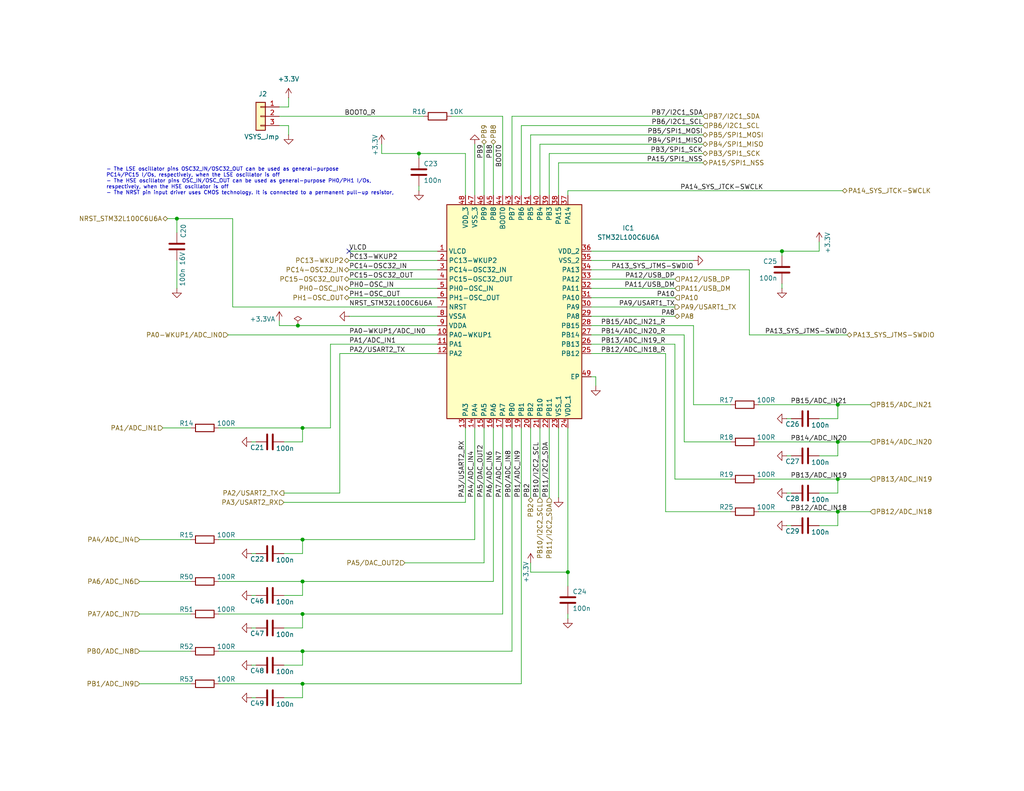
<source format=kicad_sch>
(kicad_sch (version 20231120) (generator "eeschema") (generator_version "8.0")
  (paper "USLetter")
  (lib_symbols
    (symbol "Connector_Generic:Conn_01x03" (pin_names (offset 1.016) hide)
      (property "Reference" "J" (at 0 5.08 0))
      (property "Value" "Conn_01x03" (at 0 -5.08 0))
      (symbol "Conn_01x03_1_1"
        (rectangle (start -1.27 -2.413) (end 0 -2.667) (stroke (width 0.1524)))
        (rectangle (start -1.27 0.127) (end 0 -0.127) (stroke (width 0.1524)))
        (rectangle (start -1.27 2.667) (end 0 2.413) (stroke (width 0.1524)))
        (rectangle (start -1.27 3.81) (end 1.27 -3.81) (stroke (width 0.254)) (fill (type background)))
        (pin passive line (at -5.08 2.54 0) (length 3.81) (name "Pin_1") (number "1"))
        (pin passive line (at -5.08 0 0) (length 3.81) (name "Pin_2") (number "2"))
        (pin passive line (at -5.08 -2.54 0) (length 3.81) (name "Pin_3") (number "3"))
      )
    )
    (symbol "Device:C" (pin_numbers hide) (pin_names (offset 0.254))
      (property "Reference" "C" (at 0.635 2.54 0))
      (property "Value" "C" (at 0.635 -2.54 0))
      (symbol "C_0_1"
        (polyline (pts (xy -2.032 -0.762) (xy 2.032 -0.762)) (stroke (width 0.508)))
        (polyline (pts (xy -2.032 0.762) (xy 2.032 0.762)) (stroke (width 0.508)))
      )
      (symbol "C_1_1"
        (pin passive line (at 0 3.81 270) (length 2.794) (name "~") (number "1"))
        (pin passive line (at 0 -3.81 90) (length 2.794) (name "~") (number "2"))
      )
    )
    (symbol "Device:R" (pin_numbers hide) (pin_names (offset 0))
      (property "Reference" "R" (at 2.032 0 90))
      (property "Value" "R" (at 0 0 90))
      (symbol "R_0_1"
        (rectangle (start -1.016 -2.54) (end 1.016 2.54) (stroke (width 0.254)))
      )
      (symbol "R_1_1"
        (pin passive line (at 0 3.81 270) (length 1.27) (name "~") (number "1"))
        (pin passive line (at 0 -3.81 90) (length 1.27) (name "~") (number "2"))
      )
    )
    (symbol "Personal_Projects:STM32L100C6U6A"
      (property "Reference" "IC" (at 39.37 17.78 0))
      (property "Value" "STM32L100C6U6A" (at 39.37 15.24 0))
      (symbol "STM32L100C6U6A_1_1"
        (rectangle (start 2.54 12.7) (end 39.37 -45.72) (stroke (width 0.254)) (fill (type background)))
        (pin passive line (at 0 0 0) (length 2.54) (name "VLCD") (number "1"))
        (pin passive line (at 0 -22.86 0) (length 2.54) (name "PA0-WKUP1") (number "10"))
        (pin passive line (at 0 -25.4 0) (length 2.54) (name "PA1") (number "11"))
        (pin passive line (at 0 -27.94 0) (length 2.54) (name "PA2") (number "12"))
        (pin passive line (at 7.62 -48.26 90) (length 2.54) (name "PA3") (number "13"))
        (pin passive line (at 10.16 -48.26 90) (length 2.54) (name "PA4") (number "14"))
        (pin passive line (at 12.7 -48.26 90) (length 2.54) (name "PA5") (number "15"))
        (pin passive line (at 15.24 -48.26 90) (length 2.54) (name "PA6") (number "16"))
        (pin passive line (at 17.78 -48.26 90) (length 2.54) (name "PA7") (number "17"))
        (pin passive line (at 20.32 -48.26 90) (length 2.54) (name "PB0") (number "18"))
        (pin passive line (at 22.86 -48.26 90) (length 2.54) (name "PB1") (number "19"))
        (pin passive line (at 0 -2.54 0) (length 2.54) (name "PC13-WKUP2") (number "2"))
        (pin passive line (at 25.4 -48.26 90) (length 2.54) (name "PB2") (number "20"))
        (pin passive line (at 27.94 -48.26 90) (length 2.54) (name "PB10") (number "21"))
        (pin passive line (at 30.48 -48.26 90) (length 2.54) (name "PB11") (number "22"))
        (pin passive line (at 33.02 -48.26 90) (length 2.54) (name "VSS_1") (number "23"))
        (pin passive line (at 35.56 -48.26 90) (length 2.54) (name "VDD_1") (number "24"))
        (pin passive line (at 41.91 -27.94 180) (length 2.54) (name "PB12") (number "25"))
        (pin passive line (at 41.91 -25.4 180) (length 2.54) (name "PB13") (number "26"))
        (pin passive line (at 41.91 -22.86 180) (length 2.54) (name "PB14") (number "27"))
        (pin passive line (at 41.91 -20.32 180) (length 2.54) (name "PB15") (number "28"))
        (pin passive line (at 41.91 -17.78 180) (length 2.54) (name "PA8") (number "29"))
        (pin passive line (at 0 -5.08 0) (length 2.54) (name "PC14-OSC32_IN") (number "3"))
        (pin passive line (at 41.91 -15.24 180) (length 2.54) (name "PA9") (number "30"))
        (pin passive line (at 41.91 -12.7 180) (length 2.54) (name "PA10") (number "31"))
        (pin passive line (at 41.91 -10.16 180) (length 2.54) (name "PA11") (number "32"))
        (pin passive line (at 41.91 -7.62 180) (length 2.54) (name "PA12") (number "33"))
        (pin passive line (at 41.91 -5.08 180) (length 2.54) (name "PA13") (number "34"))
        (pin passive line (at 41.91 -2.54 180) (length 2.54) (name "VSS_2") (number "35"))
        (pin passive line (at 41.91 0 180) (length 2.54) (name "VDD_2") (number "36"))
        (pin passive line (at 35.56 15.24 270) (length 2.54) (name "PA14") (number "37"))
        (pin passive line (at 33.02 15.24 270) (length 2.54) (name "PA15") (number "38"))
        (pin passive line (at 30.48 15.24 270) (length 2.54) (name "PB3") (number "39"))
        (pin passive line (at 0 -7.62 0) (length 2.54) (name "PC15-OSC32_OUT") (number "4"))
        (pin passive line (at 27.94 15.24 270) (length 2.54) (name "PB4") (number "40"))
        (pin passive line (at 25.4 15.24 270) (length 2.54) (name "PB5") (number "41"))
        (pin passive line (at 22.86 15.24 270) (length 2.54) (name "PB6") (number "42"))
        (pin passive line (at 20.32 15.24 270) (length 2.54) (name "PB7") (number "43"))
        (pin passive line (at 17.78 15.24 270) (length 2.54) (name "BOOT0") (number "44"))
        (pin passive line (at 15.24 15.24 270) (length 2.54) (name "PB8") (number "45"))
        (pin passive line (at 12.7 15.24 270) (length 2.54) (name "PB9") (number "46"))
        (pin passive line (at 10.16 15.24 270) (length 2.54) (name "VSS_3") (number "47"))
        (pin passive line (at 7.62 15.24 270) (length 2.54) (name "VDD_3") (number "48"))
        (pin passive line (at 41.91 -34.29 180) (length 2.54) (name "EP") (number "49"))
        (pin passive line (at 0 -10.16 0) (length 2.54) (name "PH0-OSC_IN") (number "5"))
        (pin passive line (at 0 -12.7 0) (length 2.54) (name "PH1-OSC_OUT") (number "6"))
        (pin passive line (at 0 -15.24 0) (length 2.54) (name "NRST") (number "7"))
        (pin passive line (at 0 -17.78 0) (length 2.54) (name "VSSA") (number "8"))
        (pin passive line (at 0 -20.32 0) (length 2.54) (name "VDDA") (number "9"))
      )
    )
    (symbol "power:+3.3V" (power) (pin_numbers hide) (pin_names (offset 0) hide)
      (property "Value" "+3.3V" (at 0 3.556 0))
      (symbol "+3.3V_0_1"
        (polyline (pts (xy -0.762 1.27) (xy 0 2.54)))
        (polyline (pts (xy 0 0) (xy 0 2.54)))
        (polyline (pts (xy 0 2.54) (xy 0.762 1.27)))
      )
      (symbol "+3.3V_1_1"
        (pin power_in line (at 0 0 90) (length 0) (name "~") (number "1"))
      )
    )
    (symbol "power:+3.3VA" (power) (pin_numbers hide) (pin_names (offset 0) hide)
      (property "Value" "+3.3VA" (at 0 3.556 0))
      (symbol "+3.3VA_0_1"
        (polyline (pts (xy -0.762 1.27) (xy 0 2.54)))
        (polyline (pts (xy 0 0) (xy 0 2.54)))
        (polyline (pts (xy 0 2.54) (xy 0.762 1.27)))
      )
      (symbol "+3.3VA_1_1"
        (pin power_in line (at 0 0 90) (length 0) (name "~") (number "1"))
      )
    )
    (symbol "power:GND" (power) (pin_numbers hide) (pin_names (offset 0) hide)
      (property "Value" "GND" (at 0 -3.81 0))
      (symbol "GND_0_1"
        (polyline (pts (xy 0 0) (xy 0 -1.27) (xy 1.27 -1.27) (xy 0 -2.54) (xy -1.27 -1.27) (xy 0 -1.27)))
      )
      (symbol "GND_1_1"
        (pin power_in line (at 0 0 270) (length 0) (name "~") (number "1"))
      )
    )
    (symbol "power:PWR_FLAG" (power) (pin_numbers hide) (pin_names (offset 0) hide)
      (property "Value" "PWR_FLAG" (at 0 3.81 0))
      (symbol "PWR_FLAG_0_0"
        (pin power_out line (at 0 0 90) (length 0) (name "~") (number "1"))
      )
      (symbol "PWR_FLAG_0_1"
        (polyline (pts (xy 0 0) (xy 0 1.27) (xy -1.016 1.905) (xy 0 2.54) (xy 1.016 1.905) (xy 0 1.27)))
      )
    )
  )
  (junction (at 81.28 88.9))
  (junction (at 82.55 186.69))
  (junction (at 82.55 147.32))
  (junction (at 228.6 110.49))
  (junction (at 82.55 167.64))
  (junction (at 228.6 120.65))
  (junction (at 154.94 156.21))
  (junction (at 48.26 59.69))
  (junction (at 213.36 68.58))
  (junction (at 228.6 130.81))
  (junction (at 82.55 116.84))
  (junction (at 82.55 177.8))
  (junction (at 82.55 158.75))
  (junction (at 228.6 139.7))
  (junction (at 114.3 41.91))
  (no_connect (at 95.25 68.58))
  (wire (pts (xy 144.78 36.83) (xy 144.78 53.34)))
  (wire (pts (xy 62.23 91.44) (xy 119.38 91.44)))
  (wire (pts (xy 82.55 186.69) (xy 142.24 186.69)))
  (wire (pts (xy 147.32 39.37) (xy 191.77 39.37)))
  (wire (pts (xy 69.85 190.5) (xy 68.58 190.5)))
  (wire (pts (xy 147.32 39.37) (xy 147.32 53.34)))
  (wire (pts (xy 228.6 143.51) (xy 228.6 139.7)))
  (wire (pts (xy 38.1 177.8) (xy 52.07 177.8)))
  (wire (pts (xy 110.49 153.67) (xy 132.08 153.67)))
  (wire (pts (xy 59.69 167.64) (xy 82.55 167.64)))
  (wire (pts (xy 77.47 120.65) (xy 82.55 120.65)))
  (wire (pts (xy 92.71 96.52) (xy 119.38 96.52)))
  (wire (pts (xy 223.52 143.51) (xy 228.6 143.51)))
  (wire (pts (xy 142.24 34.29) (xy 142.24 53.34)))
  (wire (pts (xy 129.54 116.84) (xy 129.54 147.32)))
  (wire (pts (xy 154.94 156.21) (xy 154.94 160.02)))
  (wire (pts (xy 90.17 93.98) (xy 119.38 93.98)))
  (wire (pts (xy 59.69 116.84) (xy 82.55 116.84)))
  (wire (pts (xy 228.6 124.46) (xy 228.6 120.65)))
  (wire (pts (xy 77.47 190.5) (xy 82.55 190.5)))
  (wire (pts (xy 137.16 116.84) (xy 137.16 167.64)))
  (wire (pts (xy 82.55 158.75) (xy 134.62 158.75)))
  (wire (pts (xy 161.29 73.66) (xy 204.47 73.66)))
  (wire (pts (xy 104.14 41.91) (xy 114.3 41.91)))
  (wire (pts (xy 215.9 114.3) (xy 214.63 114.3)))
  (wire (pts (xy 77.47 134.62) (xy 92.71 134.62)))
  (wire (pts (xy 161.29 71.12) (xy 189.23 71.12)))
  (wire (pts (xy 181.61 139.7) (xy 199.39 139.7)))
  (wire (pts (xy 161.29 78.74) (xy 184.15 78.74)))
  (wire (pts (xy 78.74 34.29) (xy 78.74 36.83)))
  (wire (pts (xy 134.62 39.37) (xy 134.62 53.34)))
  (wire (pts (xy 76.2 87.63) (xy 76.2 88.9)))
  (wire (pts (xy 223.52 66.04) (xy 223.52 68.58)))
  (wire (pts (xy 184.15 130.81) (xy 199.39 130.81)))
  (wire (pts (xy 63.5 59.69) (xy 63.5 83.82)))
  (wire (pts (xy 95.25 78.74) (xy 119.38 78.74)))
  (wire (pts (xy 95.25 86.36) (xy 119.38 86.36)))
  (wire (pts (xy 82.55 181.61) (xy 82.55 177.8)))
  (wire (pts (xy 162.56 102.87) (xy 162.56 105.41)))
  (wire (pts (xy 134.62 116.84) (xy 134.62 158.75)))
  (wire (pts (xy 181.61 139.7) (xy 181.61 96.52)))
  (wire (pts (xy 48.26 78.74) (xy 48.26 71.12)))
  (wire (pts (xy 207.01 139.7) (xy 228.6 139.7)))
  (wire (pts (xy 144.78 156.21) (xy 154.94 156.21)))
  (wire (pts (xy 82.55 167.64) (xy 137.16 167.64)))
  (wire (pts (xy 228.6 110.49) (xy 228.6 114.3)))
  (wire (pts (xy 223.52 68.58) (xy 213.36 68.58)))
  (wire (pts (xy 184.15 130.81) (xy 184.15 93.98)))
  (wire (pts (xy 223.52 124.46) (xy 228.6 124.46)))
  (wire (pts (xy 213.36 78.74) (xy 213.36 77.47)))
  (wire (pts (xy 228.6 110.49) (xy 237.49 110.49)))
  (wire (pts (xy 69.85 181.61) (xy 68.58 181.61)))
  (wire (pts (xy 127 116.84) (xy 127 137.16)))
  (wire (pts (xy 82.55 177.8) (xy 139.7 177.8)))
  (wire (pts (xy 48.26 59.69) (xy 63.5 59.69)))
  (wire (pts (xy 114.3 43.18) (xy 114.3 41.91)))
  (wire (pts (xy 81.28 88.9) (xy 119.38 88.9)))
  (wire (pts (xy 215.9 143.51) (xy 214.63 143.51)))
  (wire (pts (xy 228.6 120.65) (xy 237.49 120.65)))
  (wire (pts (xy 77.47 171.45) (xy 82.55 171.45)))
  (wire (pts (xy 189.23 110.49) (xy 189.23 88.9)))
  (wire (pts (xy 59.69 147.32) (xy 82.55 147.32)))
  (wire (pts (xy 137.16 31.75) (xy 137.16 53.34)))
  (wire (pts (xy 139.7 116.84) (xy 139.7 177.8)))
  (wire (pts (xy 77.47 181.61) (xy 82.55 181.61)))
  (wire (pts (xy 38.1 186.69) (xy 52.07 186.69)))
  (wire (pts (xy 149.86 41.91) (xy 149.86 53.34)))
  (wire (pts (xy 161.29 102.87) (xy 162.56 102.87)))
  (wire (pts (xy 59.69 186.69) (xy 82.55 186.69)))
  (wire (pts (xy 123.19 31.75) (xy 137.16 31.75)))
  (wire (pts (xy 114.3 52.07) (xy 114.3 50.8)))
  (wire (pts (xy 228.6 130.81) (xy 237.49 130.81)))
  (wire (pts (xy 223.52 114.3) (xy 228.6 114.3)))
  (wire (pts (xy 144.78 153.67) (xy 144.78 156.21)))
  (wire (pts (xy 154.94 116.84) (xy 154.94 156.21)))
  (wire (pts (xy 204.47 73.66) (xy 204.47 91.44)))
  (wire (pts (xy 48.26 59.69) (xy 48.26 63.5)))
  (wire (pts (xy 161.29 76.2) (xy 184.15 76.2)))
  (wire (pts (xy 76.2 34.29) (xy 78.74 34.29)))
  (wire (pts (xy 45.72 59.69) (xy 48.26 59.69)))
  (wire (pts (xy 139.7 31.75) (xy 191.77 31.75)))
  (wire (pts (xy 82.55 162.56) (xy 82.55 158.75)))
  (wire (pts (xy 161.29 88.9) (xy 189.23 88.9)))
  (wire (pts (xy 186.69 91.44) (xy 161.29 91.44)))
  (wire (pts (xy 154.94 52.07) (xy 229.87 52.07)))
  (wire (pts (xy 144.78 36.83) (xy 191.77 36.83)))
  (wire (pts (xy 228.6 134.62) (xy 228.6 130.81)))
  (wire (pts (xy 152.4 116.84) (xy 152.4 135.89)))
  (wire (pts (xy 154.94 52.07) (xy 154.94 53.34)))
  (wire (pts (xy 149.86 41.91) (xy 191.77 41.91)))
  (wire (pts (xy 82.55 147.32) (xy 129.54 147.32)))
  (wire (pts (xy 77.47 162.56) (xy 82.55 162.56)))
  (wire (pts (xy 59.69 177.8) (xy 82.55 177.8)))
  (wire (pts (xy 82.55 120.65) (xy 82.55 116.84)))
  (wire (pts (xy 154.94 168.91) (xy 154.94 167.64)))
  (wire (pts (xy 152.4 44.45) (xy 152.4 53.34)))
  (wire (pts (xy 142.24 116.84) (xy 142.24 186.69)))
  (wire (pts (xy 215.9 124.46) (xy 214.63 124.46)))
  (wire (pts (xy 127 41.91) (xy 127 53.34)))
  (wire (pts (xy 82.55 151.13) (xy 82.55 147.32)))
  (wire (pts (xy 207.01 120.65) (xy 228.6 120.65)))
  (wire (pts (xy 95.25 76.2) (xy 119.38 76.2)))
  (wire (pts (xy 204.47 91.44) (xy 231.14 91.44)))
  (wire (pts (xy 104.14 39.37) (xy 104.14 41.91)))
  (wire (pts (xy 69.85 120.65) (xy 68.58 120.65)))
  (wire (pts (xy 223.52 134.62) (xy 228.6 134.62)))
  (wire (pts (xy 215.9 134.62) (xy 214.63 134.62)))
  (wire (pts (xy 44.45 116.84) (xy 52.07 116.84)))
  (wire (pts (xy 213.36 69.85) (xy 213.36 68.58)))
  (wire (pts (xy 144.78 116.84) (xy 144.78 135.89)))
  (wire (pts (xy 82.55 190.5) (xy 82.55 186.69)))
  (wire (pts (xy 184.15 93.98) (xy 161.29 93.98)))
  (wire (pts (xy 82.55 171.45) (xy 82.55 167.64)))
  (wire (pts (xy 76.2 29.21) (xy 78.74 29.21)))
  (wire (pts (xy 186.69 120.65) (xy 186.69 91.44)))
  (wire (pts (xy 207.01 130.81) (xy 228.6 130.81)))
  (wire (pts (xy 69.85 171.45) (xy 68.58 171.45)))
  (wire (pts (xy 228.6 139.7) (xy 237.49 139.7)))
  (wire (pts (xy 152.4 44.45) (xy 191.77 44.45)))
  (wire (pts (xy 161.29 81.28) (xy 184.15 81.28)))
  (wire (pts (xy 139.7 31.75) (xy 139.7 53.34)))
  (wire (pts (xy 95.25 71.12) (xy 119.38 71.12)))
  (wire (pts (xy 132.08 116.84) (xy 132.08 153.67)))
  (wire (pts (xy 77.47 137.16) (xy 127 137.16)))
  (wire (pts (xy 132.08 39.37) (xy 132.08 53.34)))
  (wire (pts (xy 82.55 116.84) (xy 90.17 116.84)))
  (wire (pts (xy 207.01 110.49) (xy 228.6 110.49)))
  (wire (pts (xy 63.5 83.82) (xy 119.38 83.82)))
  (wire (pts (xy 38.1 167.64) (xy 52.07 167.64)))
  (wire (pts (xy 95.25 68.58) (xy 119.38 68.58)))
  (wire (pts (xy 76.2 31.75) (xy 115.57 31.75)))
  (wire (pts (xy 77.47 151.13) (xy 82.55 151.13)))
  (wire (pts (xy 95.25 73.66) (xy 119.38 73.66)))
  (wire (pts (xy 161.29 86.36) (xy 184.15 86.36)))
  (wire (pts (xy 95.25 81.28) (xy 119.38 81.28)))
  (wire (pts (xy 59.69 158.75) (xy 82.55 158.75)))
  (wire (pts (xy 69.85 151.13) (xy 68.58 151.13)))
  (wire (pts (xy 189.23 110.49) (xy 199.39 110.49)))
  (wire (pts (xy 76.2 88.9) (xy 81.28 88.9)))
  (wire (pts (xy 90.17 116.84) (xy 90.17 93.98)))
  (wire (pts (xy 149.86 116.84) (xy 149.86 135.89)))
  (wire (pts (xy 161.29 68.58) (xy 213.36 68.58)))
  (wire (pts (xy 161.29 83.82) (xy 184.15 83.82)))
  (wire (pts (xy 129.54 39.37) (xy 129.54 53.34)))
  (wire (pts (xy 142.24 34.29) (xy 191.77 34.29)))
  (wire (pts (xy 52.07 147.32) (xy 38.1 147.32)))
  (wire (pts (xy 92.71 134.62) (xy 92.71 96.52)))
  (wire (pts (xy 127 41.91) (xy 114.3 41.91)))
  (wire (pts (xy 78.74 29.21) (xy 78.74 26.67)))
  (wire (pts (xy 38.1 158.75) (xy 52.07 158.75)))
  (wire (pts (xy 186.69 120.65) (xy 199.39 120.65)))
  (wire (pts (xy 181.61 96.52) (xy 161.29 96.52)))
  (wire (pts (xy 69.85 162.56) (xy 68.58 162.56)))
  (wire (pts (xy 147.32 116.84) (xy 147.32 135.89)))
  (text "- The LSE oscillator pins OSC32_IN/OSC32_OUT can be used as general-purpose\nPC14/PC15 I/Os, respectively, when the LSE oscillator is off\n- The HSE oscillator pins OSC_IN/OSC_OUT can be used as general-purpose PH0/PH1 I/Os,\nrespectively, when the HSE oscillator is off\n- The NRST pin input driver uses CMOS technology. It is connected to a permanent pull-up resistor," (at 28.956 49.53 0) (effects (font (size 1 1)) (justify left)))
  (label "VLCD" (at 95.25 68.58 0))
  (label "PB8" (at 134.62 39.37 270))
  (label "PB4{slash}SPI1_MISO" (at 191.77 39.37 180))
  (label "PB1{slash}ADC_IN9" (at 142.24 135.89 90))
  (label "PB15{slash}ADC_IN21" (at 231.14 110.49 180))
  (label "PB0{slash}ADC_IN8" (at 139.7 135.89 90))
  (label "PA15{slash}SPI1_NSS" (at 191.77 44.45 180))
  (label "PA7{slash}ADC_IN7" (at 137.16 135.89 90))
  (label "PC14-OSC32_IN" (at 95.25 73.66 0))
  (label "PA11{slash}USB_DM" (at 184.15 78.74 180))
  (label "PA14_SYS_JTCK-SWCLK" (at 208.28 52.07 180))
  (label "PB6{slash}I2C1_SCL" (at 191.77 34.29 180))
  (label "PB7{slash}I2C1_SDA" (at 191.77 31.75 180))
  (label "PB14{slash}ADC_IN20_R" (at 181.61 91.44 180))
  (label "NRST_STM32L100C6U6A" (at 95.25 83.82 0))
  (label "BOOT0_R" (at 93.98 31.75 0))
  (label "PA3{slash}USART2_RX" (at 127 135.89 90))
  (label "PB12{slash}ADC_IN18" (at 231.14 139.7 180))
  (label "PA8" (at 184.15 86.36 180))
  (label "PB10{slash}I2C2_SCL" (at 147.32 135.89 90))
  (label "PA4{slash}ADC_IN4" (at 129.54 135.89 90))
  (label "PA9{slash}USART1_TX" (at 184.15 83.82 180))
  (label "PC13-WKUP2" (at 95.25 71.12 0))
  (label "PB3{slash}SPI1_SCK" (at 191.77 41.91 180))
  (label "PA2{slash}USART2_TX" (at 95.25 96.52 0))
  (label "PB12{slash}ADC_IN18_R" (at 181.61 96.52 180))
  (label "PB13{slash}ADC_IN19" (at 231.14 130.81 180))
  (label "PA13_SYS_JTMS-SWDIO" (at 231.14 91.44 180))
  (label "PA12{slash}USB_DP" (at 184.15 76.2 180))
  (label "PB5{slash}SPI1_MOSI" (at 191.77 36.83 180))
  (label "BOOT0" (at 137.16 39.37 270))
  (label "PB15{slash}ADC_IN21_R" (at 181.61 88.9 180))
  (label "PB11{slash}I2C2_SDA" (at 149.86 135.89 90))
  (label "PA1{slash}ADC_IN1" (at 95.25 93.98 0))
  (label "PH0-OSC_IN" (at 95.25 78.74 0))
  (label "PA0-WKUP1{slash}ADC_IN0" (at 95.25 91.44 0))
  (label "PA5{slash}DAC_OUT2" (at 132.08 135.89 90))
  (label "PB14{slash}ADC_IN20" (at 231.14 120.65 180))
  (label "PB13{slash}ADC_IN19_R" (at 181.61 93.98 180))
  (label "PC15-OSC32_OUT" (at 95.25 76.2 0))
  (label "PB2" (at 144.78 135.89 90))
  (label "PA6{slash}ADC_IN6" (at 134.62 135.89 90))
  (label "PH1-OSC_OUT" (at 95.25 81.28 0))
  (label "PB9" (at 132.08 39.37 270))
  (label "PA13_SYS_JTMS-SWDIO" (at 189.23 73.66 180))
  (label "PA10" (at 184.15 81.28 180))
  (hierarchical_label "PA7{slash}ADC_IN7" (shape input) (at 38.1 167.64 180))
  (hierarchical_label "PC13-WKUP2" (shape bidirectional) (at 95.25 71.12 180))
  (hierarchical_label "PA10" (shape input) (at 184.15 81.28 0))
  (hierarchical_label "PA5{slash}DAC_OUT2" (shape input) (at 110.49 153.67 180))
  (hierarchical_label "PB2" (shape bidirectional) (at 144.78 135.89 270))
  (hierarchical_label "PA12{slash}USB_DP" (shape input) (at 184.15 76.2 0))
  (hierarchical_label "PA9{slash}USART1_TX" (shape output) (at 184.15 83.82 0))
  (hierarchical_label "PB4{slash}SPI1_MISO" (shape bidirectional) (at 191.77 39.37 0))
  (hierarchical_label "PA3{slash}USART2_RX" (shape input) (at 77.47 137.16 180))
  (hierarchical_label "PA2{slash}USART2_TX" (shape output) (at 77.47 134.62 180))
  (hierarchical_label "PA8" (shape bidirectional) (at 184.15 86.36 0))
  (hierarchical_label "PA14_SYS_JTCK-SWCLK" (shape bidirectional) (at 229.87 52.07 0))
  (hierarchical_label "PB0{slash}ADC_IN8" (shape input) (at 38.1 177.8 180))
  (hierarchical_label "PA0-WKUP1{slash}ADC_IN0" (shape input) (at 62.23 91.44 180))
  (hierarchical_label "PC14-OSC32_IN" (shape bidirectional) (at 95.25 73.66 180))
  (hierarchical_label "PB11{slash}I2C2_SDA" (shape input) (at 149.86 135.89 270))
  (hierarchical_label "PB7{slash}I2C1_SDA" (shape input) (at 191.77 31.75 0))
  (hierarchical_label "PB13{slash}ADC_IN19" (shape input) (at 237.49 130.81 0))
  (hierarchical_label "PB1{slash}ADC_IN9" (shape input) (at 38.1 186.69 180))
  (hierarchical_label "PB12{slash}ADC_IN18" (shape input) (at 237.49 139.7 0))
  (hierarchical_label "PA15{slash}SPI1_NSS" (shape bidirectional) (at 191.77 44.45 0))
  (hierarchical_label "PH1-OSC_OUT" (shape bidirectional) (at 95.25 81.28 180))
  (hierarchical_label "PB5{slash}SPI1_MOSI" (shape bidirectional) (at 191.77 36.83 0))
  (hierarchical_label "PA6{slash}ADC_IN6" (shape input) (at 38.1 158.75 180))
  (hierarchical_label "PA11{slash}USB_DM" (shape input) (at 184.15 78.74 0))
  (hierarchical_label "PA1{slash}ADC_IN1" (shape input) (at 44.45 116.84 180))
  (hierarchical_label "PB6{slash}I2C1_SCL" (shape input) (at 191.77 34.29 0))
  (hierarchical_label "NRST_STM32L100C6U6A" (shape bidirectional) (at 45.72 59.69 180))
  (hierarchical_label "PB10{slash}I2C2_SCL" (shape input) (at 147.32 135.89 270))
  (hierarchical_label "PB9" (shape bidirectional) (at 132.08 39.37 90))
  (hierarchical_label "PA13_SYS_JTMS-SWDIO" (shape bidirectional) (at 231.14 91.44 0))
  (hierarchical_label "PH0-OSC_IN" (shape bidirectional) (at 95.25 78.74 180))
  (hierarchical_label "PA4{slash}ADC_IN4" (shape input) (at 38.1 147.32 180))
  (hierarchical_label "PB14{slash}ADC_IN20" (shape input) (at 237.49 120.65 0))
  (hierarchical_label "PB3{slash}SPI1_SCK" (shape bidirectional) (at 191.77 41.91 0))
  (hierarchical_label "PB15{slash}ADC_IN21" (shape input) (at 237.49 110.49 0))
  (hierarchical_label "PB8" (shape bidirectional) (at 134.62 39.37 90))
  (hierarchical_label "PC15-OSC32_OUT" (shape bidirectional) (at 95.25 76.2 180))
  (symbol (lib_id "Device:C") (at 219.71 143.51 90) (mirror x) (unit 1)
    (property "Reference" "C29" (at 218.186 145.034 90) (effects (justify left)))
    (property "Value" "100n" (at 226.314 145.288 90) (effects (justify left)))
    (property "Footprint" "Capacitor_SMD:C_0805_2012Metric" (effects (hide yes)))
    (property "Description" "Unpolarized capacitor" (effects (hide yes)))
  )
  (symbol (lib_id "power:GND") (at 214.63 134.62 270) (unit 1)
    (property "Reference" "#PWR064" (effects (hide yes)))
    (property "Value" "GND" (effects (hide yes)))
    (property "Description" "Power symbol creates a global label with name \"GND\" , ground" (effects (hide yes)))
  )
  (symbol (lib_id "power:GND") (at 68.58 151.13 270) (unit 1)
    (property "Reference" "#PWR025" (effects (hide yes)))
    (property "Value" "GND" (effects (hide yes)))
    (property "Description" "Power symbol creates a global label with name \"GND\" , ground" (effects (hide yes)))
  )
  (symbol (lib_id "power:+3.3VA") (at 76.2 87.63 0) (mirror y) (unit 1)
    (property "Reference" "#PWR027" (effects (hide yes)))
    (property "Value" "+3.3VA" (at 71.628 87.122 0))
    (property "Description" "Power symbol creates a global label with name \"+3.3VA\"" (effects (hide yes)))
  )
  (symbol (lib_id "Device:C") (at 73.66 151.13 90) (mirror x) (unit 1)
    (property "Reference" "C22" (at 72.136 152.654 90) (effects (justify left)))
    (property "Value" "100n" (at 80.264 152.908 90) (effects (justify left)))
    (property "Footprint" "Capacitor_SMD:C_0805_2012Metric" (effects (hide yes)))
    (property "Description" "Unpolarized capacitor" (effects (hide yes)))
  )
  (symbol (lib_id "Device:C") (at 154.94 163.83 0) (unit 1)
    (property "Reference" "C24" (at 156.21 161.544 0) (effects (justify left)))
    (property "Value" "100n" (at 156.21 166.116 0) (effects (justify left)))
    (property "Footprint" "Capacitor_SMD:C_0805_2012Metric" (effects (hide yes)))
    (property "Description" "Unpolarized capacitor" (effects (hide yes)))
  )
  (symbol (lib_id "Device:C") (at 73.66 181.61 90) (mirror x) (unit 1)
    (property "Reference" "C48" (at 72.136 183.134 90) (effects (justify left)))
    (property "Value" "100n" (at 80.264 183.388 90) (effects (justify left)))
    (property "Footprint" "Capacitor_SMD:C_0805_2012Metric" (effects (hide yes)))
    (property "Description" "Unpolarized capacitor" (effects (hide yes)))
  )
  (symbol (lib_id "power:GND") (at 68.58 120.65 270) (unit 1)
    (property "Reference" "#PWR024" (effects (hide yes)))
    (property "Value" "GND" (effects (hide yes)))
    (property "Description" "Power symbol creates a global label with name \"GND\" , ground" (effects (hide yes)))
  )
  (symbol (lib_id "Device:C") (at 114.3 46.99 0) (unit 1)
    (property "Reference" "C23" (at 115.57 44.704 0) (effects (justify left)))
    (property "Value" "100n" (at 115.57 49.276 0) (effects (justify left)))
    (property "Footprint" "Capacitor_SMD:C_0805_2012Metric" (effects (hide yes)))
    (property "Description" "Unpolarized capacitor" (effects (hide yes)))
  )
  (symbol (lib_id "power:+3.3V") (at 104.14 39.37 0) (unit 1)
    (property "Reference" "#PWR031" (effects (hide yes)))
    (property "Value" "+3.3V" (at 102.362 39.624 90))
    (property "Description" "Power symbol creates a global label with name \"+3.3V\"" (effects (hide yes)))
  )
  (symbol (lib_id "power:GND") (at 68.58 181.61 270) (unit 1)
    (property "Reference" "#PWR096" (effects (hide yes)))
    (property "Value" "GND" (effects (hide yes)))
    (property "Description" "Power symbol creates a global label with name \"GND\" , ground" (effects (hide yes)))
  )
  (symbol (lib_id "Personal_Projects:STM32L100C6U6A") (at 119.38 68.58 0) (unit 1)
    (property "Reference" "IC1" (at 171.45 62.2614 0))
    (property "Value" "STM32L100C6U6A" (at 171.45 64.8014 0))
    (property "Footprint" "Personal_Project:QFN50P700X700X65-49N-D" (effects (hide yes)))
    (property "Datasheet" "https://componentsearchengine.com/Datasheets/2/STM32L100C6U6A.pdf" (effects (hide yes)))
    (property "Description" "STMICROELECTRONICS - STM32L100C6U6A - ARM MCU, Ultra Low Power, STM32 Family STM32L1 Series Microcontrollers, ARM Cortex-M3, 32bit" (effects (hide yes)))
    (property "Height" "0.65" (effects (hide yes)))
    (property "Manufacturer_Name" "STMicroelectronics" (effects (hide yes)))
    (property "Manufacturer_Part_Number" "STM32L100C6U6A" (effects (hide yes)))
    (property "Mouser Part Number" "511-STM32L100C6U6A" (effects (hide yes)))
    (property "Mouser Price/Stock" "https://www.mouser.co.uk/ProductDetail/STMicroelectronics/STM32L100C6U6A?qs=9MuLHSklicr37J4PyR0bYg%3D%3D" (effects (hide yes)))
    (property "Arrow Part Number" "STM32L100C6U6A" (effects (hide yes)))
    (property "Arrow Price/Stock" "https://www.arrow.com/en/products/stm32l100c6u6a/stmicroelectronics?utm_currency=USD&region=nac" (effects (hide yes)))
  )
  (symbol (lib_id "Device:C") (at 219.71 114.3 90) (mirror x) (unit 1)
    (property "Reference" "C26" (at 218.186 115.824 90) (effects (justify left)))
    (property "Value" "100n" (at 226.314 116.078 90) (effects (justify left)))
    (property "Footprint" "Capacitor_SMD:C_0805_2012Metric" (effects (hide yes)))
    (property "Description" "Unpolarized capacitor" (effects (hide yes)))
  )
  (symbol (lib_id "Device:R") (at 55.88 177.8 90) (unit 1)
    (property "Reference" "R52" (at 52.832 176.53 90) (effects (justify left)))
    (property "Value" "100R" (at 64.262 176.53 90) (effects (justify left)))
    (property "Footprint" "Resistor_SMD:R_0805_2012Metric" (effects (hide yes)))
    (property "Description" "Resistor" (effects (hide yes)))
  )
  (symbol (lib_id "power:GND") (at 213.36 78.74 0) (mirror y) (unit 1)
    (property "Reference" "#PWR060" (effects (hide yes)))
    (property "Value" "GND" (effects (hide yes)))
    (property "Description" "Power symbol creates a global label with name \"GND\" , ground" (effects (hide yes)))
  )
  (symbol (lib_id "Device:C") (at 219.71 124.46 90) (mirror x) (unit 1)
    (property "Reference" "C27" (at 218.186 125.984 90) (effects (justify left)))
    (property "Value" "100n" (at 226.314 126.238 90) (effects (justify left)))
    (property "Footprint" "Capacitor_SMD:C_0805_2012Metric" (effects (hide yes)))
    (property "Description" "Unpolarized capacitor" (effects (hide yes)))
  )
  (symbol (lib_id "Device:R") (at 203.2 120.65 90) (unit 1)
    (property "Reference" "R18" (at 200.152 119.38 90) (effects (justify left)))
    (property "Value" "100R" (at 211.582 119.38 90) (effects (justify left)))
    (property "Footprint" "Resistor_SMD:R_0805_2012Metric" (effects (hide yes)))
    (property "Description" "Resistor" (effects (hide yes)))
  )
  (symbol (lib_id "power:+3.3V") (at 223.52 66.04 0) (unit 1)
    (property "Reference" "#PWR066" (effects (hide yes)))
    (property "Value" "+3.3V" (at 225.806 66.294 90))
    (property "Description" "Power symbol creates a global label with name \"+3.3V\"" (effects (hide yes)))
  )
  (symbol (lib_id "power:GND") (at 129.54 39.37 180) (unit 1)
    (property "Reference" "#PWR033" (effects (hide yes)))
    (property "Value" "GND" (effects (hide yes)))
    (property "Description" "Power symbol creates a global label with name \"GND\" , ground" (effects (hide yes)))
  )
  (symbol (lib_id "Device:C") (at 73.66 120.65 90) (mirror x) (unit 1)
    (property "Reference" "C21" (at 72.136 122.174 90) (effects (justify left)))
    (property "Value" "100n" (at 80.264 122.428 90) (effects (justify left)))
    (property "Footprint" "Capacitor_SMD:C_0805_2012Metric" (effects (hide yes)))
    (property "Description" "Unpolarized capacitor" (effects (hide yes)))
  )
  (symbol (lib_id "power:PWR_FLAG") (at 81.28 88.9 0) (unit 1)
    (property "Reference" "#FLG06" (effects (hide yes)))
    (property "Value" "PWR_FLAG" (effects (hide yes)))
    (property "Description" "Special symbol for telling ERC where power comes from" (effects (hide yes)))
  )
  (symbol (lib_id "Device:R") (at 55.88 158.75 90) (unit 1)
    (property "Reference" "R50" (at 52.832 157.48 90) (effects (justify left)))
    (property "Value" "100R" (at 64.262 157.48 90) (effects (justify left)))
    (property "Footprint" "Resistor_SMD:R_0805_2012Metric" (effects (hide yes)))
    (property "Description" "Resistor" (effects (hide yes)))
  )
  (symbol (lib_id "power:+3.3V") (at 78.74 26.67 0) (unit 1)
    (property "Reference" "#PWR028" (effects (hide yes)))
    (property "Value" "+3.3V" (at 78.74 21.59 0))
    (property "Description" "Power symbol creates a global label with name \"+3.3V\"" (effects (hide yes)))
  )
  (symbol (lib_id "Device:C") (at 73.66 190.5 90) (mirror x) (unit 1)
    (property "Reference" "C49" (at 72.136 192.024 90) (effects (justify left)))
    (property "Value" "100n" (at 80.264 192.278 90) (effects (justify left)))
    (property "Footprint" "Capacitor_SMD:C_0805_2012Metric" (effects (hide yes)))
    (property "Description" "Unpolarized capacitor" (effects (hide yes)))
  )
  (symbol (lib_id "Device:R") (at 55.88 147.32 90) (unit 1)
    (property "Reference" "R15" (at 52.832 146.05 90) (effects (justify left)))
    (property "Value" "100R" (at 64.262 146.05 90) (effects (justify left)))
    (property "Footprint" "Resistor_SMD:R_0805_2012Metric" (effects (hide yes)))
    (property "Description" "Resistor" (effects (hide yes)))
  )
  (symbol (lib_id "power:GND") (at 68.58 171.45 270) (unit 1)
    (property "Reference" "#PWR095" (effects (hide yes)))
    (property "Value" "GND" (effects (hide yes)))
    (property "Description" "Power symbol creates a global label with name \"GND\" , ground" (effects (hide yes)))
  )
  (symbol (lib_id "Device:R") (at 119.38 31.75 90) (unit 1)
    (property "Reference" "R16" (at 116.332 30.48 90) (effects (justify left)))
    (property "Value" "10K" (at 126.492 30.48 90) (effects (justify left)))
    (property "Footprint" "Resistor_SMD:R_0805_2012Metric" (effects (hide yes)))
    (property "Description" "Resistor" (effects (hide yes)))
  )
  (symbol (lib_id "Device:R") (at 55.88 186.69 90) (unit 1)
    (property "Reference" "R53" (at 52.832 185.42 90) (effects (justify left)))
    (property "Value" "100R" (at 64.262 185.42 90) (effects (justify left)))
    (property "Footprint" "Resistor_SMD:R_0805_2012Metric" (effects (hide yes)))
    (property "Description" "Resistor" (effects (hide yes)))
  )
  (symbol (lib_id "power:GND") (at 162.56 105.41 0) (unit 1)
    (property "Reference" "#PWR040" (effects (hide yes)))
    (property "Value" "GND" (effects (hide yes)))
    (property "Description" "Power symbol creates a global label with name \"GND\" , ground" (effects (hide yes)))
  )
  (symbol (lib_id "power:GND") (at 189.23 71.12 90) (unit 1)
    (property "Reference" "#PWR058" (effects (hide yes)))
    (property "Value" "GND" (effects (hide yes)))
    (property "Description" "Power symbol creates a global label with name \"GND\" , ground" (effects (hide yes)))
  )
  (symbol (lib_id "power:GND") (at 68.58 190.5 270) (unit 1)
    (property "Reference" "#PWR097" (effects (hide yes)))
    (property "Value" "GND" (effects (hide yes)))
    (property "Description" "Power symbol creates a global label with name \"GND\" , ground" (effects (hide yes)))
  )
  (symbol (lib_id "Device:R") (at 203.2 130.81 90) (unit 1)
    (property "Reference" "R19" (at 200.152 129.54 90) (effects (justify left)))
    (property "Value" "100R" (at 211.582 129.54 90) (effects (justify left)))
    (property "Footprint" "Resistor_SMD:R_0805_2012Metric" (effects (hide yes)))
    (property "Description" "Resistor" (effects (hide yes)))
  )
  (symbol (lib_id "power:GND") (at 214.63 114.3 270) (unit 1)
    (property "Reference" "#PWR062" (effects (hide yes)))
    (property "Value" "GND" (effects (hide yes)))
    (property "Description" "Power symbol creates a global label with name \"GND\" , ground" (effects (hide yes)))
  )
  (symbol (lib_id "power:GND") (at 154.94 168.91 0) (unit 1)
    (property "Reference" "#PWR039" (effects (hide yes)))
    (property "Value" "GND" (effects (hide yes)))
    (property "Description" "Power symbol creates a global label with name \"GND\" , ground" (effects (hide yes)))
  )
  (symbol (lib_id "power:GND") (at 152.4 135.89 0) (unit 1)
    (property "Reference" "#PWR038" (effects (hide yes)))
    (property "Value" "GND" (effects (hide yes)))
    (property "Description" "Power symbol creates a global label with name \"GND\" , ground" (effects (hide yes)))
  )
  (symbol (lib_id "power:GND") (at 214.63 124.46 270) (unit 1)
    (property "Reference" "#PWR063" (effects (hide yes)))
    (property "Value" "GND" (effects (hide yes)))
    (property "Description" "Power symbol creates a global label with name \"GND\" , ground" (effects (hide yes)))
  )
  (symbol (lib_id "Device:C") (at 73.66 171.45 90) (mirror x) (unit 1)
    (property "Reference" "C47" (at 72.136 172.974 90) (effects (justify left)))
    (property "Value" "100n" (at 80.264 173.228 90) (effects (justify left)))
    (property "Footprint" "Capacitor_SMD:C_0805_2012Metric" (effects (hide yes)))
    (property "Description" "Unpolarized capacitor" (effects (hide yes)))
  )
  (symbol (lib_id "Device:R") (at 55.88 116.84 90) (unit 1)
    (property "Reference" "R14" (at 52.832 115.57 90) (effects (justify left)))
    (property "Value" "100R" (at 64.262 115.57 90) (effects (justify left)))
    (property "Footprint" "Resistor_SMD:R_0805_2012Metric" (effects (hide yes)))
    (property "Description" "Resistor" (effects (hide yes)))
  )
  (symbol (lib_id "Device:C") (at 219.71 134.62 90) (mirror x) (unit 1)
    (property "Reference" "C28" (at 218.186 136.144 90) (effects (justify left)))
    (property "Value" "100n" (at 226.314 136.398 90) (effects (justify left)))
    (property "Footprint" "Capacitor_SMD:C_0805_2012Metric" (effects (hide yes)))
    (property "Description" "Unpolarized capacitor" (effects (hide yes)))
  )
  (symbol (lib_id "Device:C") (at 73.66 162.56 90) (mirror x) (unit 1)
    (property "Reference" "C46" (at 72.136 164.084 90) (effects (justify left)))
    (property "Value" "100n" (at 80.264 164.338 90) (effects (justify left)))
    (property "Footprint" "Capacitor_SMD:C_0805_2012Metric" (effects (hide yes)))
    (property "Description" "Unpolarized capacitor" (effects (hide yes)))
  )
  (symbol (lib_id "power:GND") (at 78.74 36.83 0) (mirror y) (unit 1)
    (property "Reference" "#PWR029" (effects (hide yes)))
    (property "Value" "GND" (effects (hide yes)))
    (property "Description" "Power symbol creates a global label with name \"GND\" , ground" (effects (hide yes)))
  )
  (symbol (lib_id "Device:R") (at 55.88 167.64 90) (unit 1)
    (property "Reference" "R51" (at 52.832 166.37 90) (effects (justify left)))
    (property "Value" "100R" (at 64.262 166.37 90) (effects (justify left)))
    (property "Footprint" "Resistor_SMD:R_0805_2012Metric" (effects (hide yes)))
    (property "Description" "Resistor" (effects (hide yes)))
  )
  (symbol (lib_id "Device:C") (at 213.36 73.66 0) (mirror y) (unit 1)
    (property "Reference" "C25" (at 212.09 71.374 0) (effects (justify left)))
    (property "Value" "100n" (at 212.09 75.946 0) (effects (justify left)))
    (property "Footprint" "Capacitor_SMD:C_0805_2012Metric" (effects (hide yes)))
    (property "Description" "Unpolarized capacitor" (effects (hide yes)))
  )
  (symbol (lib_id "Device:R") (at 203.2 139.7 90) (unit 1)
    (property "Reference" "R25" (at 200.152 138.43 90) (effects (justify left)))
    (property "Value" "100R" (at 211.582 138.43 90) (effects (justify left)))
    (property "Footprint" "Resistor_SMD:R_0805_2012Metric" (effects (hide yes)))
    (property "Description" "Resistor" (effects (hide yes)))
  )
  (symbol (lib_id "power:GND") (at 95.25 86.36 270) (unit 1)
    (property "Reference" "#PWR030" (effects (hide yes)))
    (property "Value" "GND" (effects (hide yes)))
    (property "Description" "Power symbol creates a global label with name \"GND\" , ground" (effects (hide yes)))
  )
  (symbol (lib_id "Device:C") (at 48.26 67.31 0) (unit 1)
    (property "Reference" "C20" (at 50.038 65.024 90) (effects (justify left)))
    (property "Value" "100n 16V" (at 49.784 78.232 90) (effects (justify left)))
    (property "Footprint" "Capacitor_SMD:C_0805_2012Metric" (effects (hide yes)))
    (property "Description" "Unpolarized capacitor" (effects (hide yes)))
  )
  (symbol (lib_id "power:GND") (at 114.3 52.07 0) (unit 1)
    (property "Reference" "#PWR032" (effects (hide yes)))
    (property "Value" "GND" (effects (hide yes)))
    (property "Description" "Power symbol creates a global label with name \"GND\" , ground" (effects (hide yes)))
  )
  (symbol (lib_id "power:GND") (at 68.58 162.56 270) (unit 1)
    (property "Reference" "#PWR051" (effects (hide yes)))
    (property "Value" "GND" (effects (hide yes)))
    (property "Description" "Power symbol creates a global label with name \"GND\" , ground" (effects (hide yes)))
  )
  (symbol (lib_id "Connector_Generic:Conn_01x03") (at 71.12 31.75 0) (mirror y) (unit 1)
    (property "Reference" "J2" (at 72.898 25.654 0) (effects (justify left)))
    (property "Value" "VSYS_Jmp" (at 76.2 37.338 0) (effects (justify left)))
    (property "Footprint" "Connector_PinHeader_2.54mm:PinHeader_1x03_P2.54mm_Vertical" (effects (hide yes)))
    (property "Description" "Generic connector, single row, 01x03, script generated (kicad-library-utils/schlib/autogen/connector/)" (effects (hide yes)))
  )
  (symbol (lib_id "power:+3.3V") (at 144.78 153.67 0) (unit 1)
    (property "Reference" "#PWR034" (effects (hide yes)))
    (property "Value" "+3.3V" (at 143.51 156.21 90))
    (property "Description" "Power symbol creates a global label with name \"+3.3V\"" (effects (hide yes)))
  )
  (symbol (lib_id "power:GND") (at 48.26 78.74 0) (unit 1)
    (property "Reference" "#PWR023" (effects (hide yes)))
    (property "Value" "GND" (effects (hide yes)))
    (property "Description" "Power symbol creates a global label with name \"GND\" , ground" (effects (hide yes)))
  )
  (symbol (lib_id "Device:R") (at 203.2 110.49 90) (unit 1)
    (property "Reference" "R17" (at 200.152 109.22 90) (effects (justify left)))
    (property "Value" "100R" (at 211.582 109.22 90) (effects (justify left)))
    (property "Footprint" "Resistor_SMD:R_0805_2012Metric" (effects (hide yes)))
    (property "Description" "Resistor" (effects (hide yes)))
  )
  (symbol (lib_id "power:GND") (at 214.63 143.51 270) (unit 1)
    (property "Reference" "#PWR065" (effects (hide yes)))
    (property "Value" "GND" (effects (hide yes)))
    (property "Description" "Power symbol creates a global label with name \"GND\" , ground" (effects (hide yes)))
  )
)
</source>
